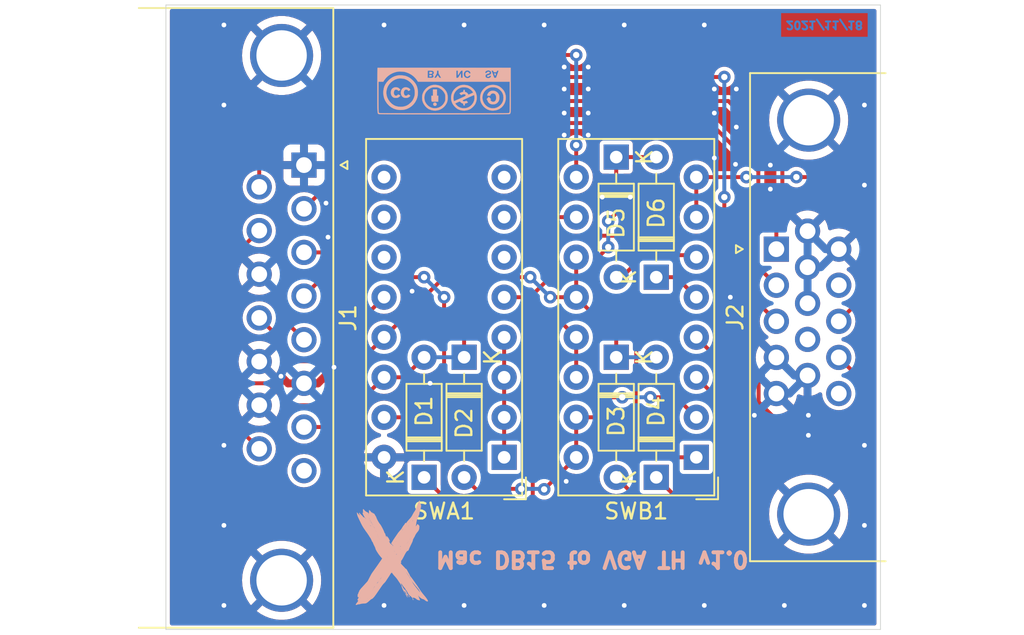
<source format=kicad_pcb>
(kicad_pcb (version 20211014) (generator pcbnew)
  (layers (0 "F.Cu" signal) (31 "B.Cu" signal) (34 "B.Paste" user) (35 "F.Paste" user) (36 "B.SilkS" user "B.Silkscreen") (37 "F.SilkS" user "F.Silkscreen") (38 "B.Mask" user) (39 "F.Mask" user) (44 "Edge.Cuts" user))
  (net 0 "")
  (net 1 "/S1-1")
  (net 2 "/D1")
  (net 3 "/D2")
  (net 4 "/D3")
  (net 5 "/S2-1")
  (net 6 "/D4")
  (net 7 "/S0-1")
  (net 8 "/D5")
  (net 9 "/D6")
  (net 10 "/HS")
  (net 11 "/VS")
  (net 12 "/B")
  (net 13 "Net-(J1-Pad8)")
  (net 14 "/G")
  (net 15 "/CS")
  (net 16 "/R")
  (net 17 "Net-(J2-Pad15)")
  (net 18 "/VS-2")
  (net 19 "Net-(J2-Pad12)")
  (net 20 "Net-(J2-Pad9)")
  (net 21 "Net-(SWA1-Pad1)")
  (net 22 "Net-(SWA1-Pad9)")
  (net 23 "Net-(SWA1-Pad10)")
  (net 24 "Net-(SWA1-Pad11)")
  (net 25 "Net-(SWA1-Pad6)")
  (net 26 "Net-(SWA1-Pad7)")
  (net 27 "Net-(SWA1-Pad8)")
  (net 28 "/HS-CS")
  (net 29 "/GND")
  (footprint "Connector_Dsub:DSUB-15_Male_Horizontal_P2.77x2.84mm_EdgePinOffset7.70mm_Housed_MountingHolesOffset9.12mm" (layer "F.Cu") (at 109.22 95.25 -90)
    (fp_text reference "J1" (at 9.695 -2.8 90) (layer "F.SilkS"))
    (fp_text value "Mac_DB15_Male_MountingHoles")
    (pad "0" thru_hole circle (at 26.345 1.42 270) (size 4 4) (drill 3.2) (layers *.Cu *.Mask) (net 29 "/GND"))
    (pad "0" thru_hole circle (at -6.955 1.42 270) (size 4 4) (drill 3.2) (layers *.Cu *.Mask) (net 29 "/GND"))
    (pad "1" thru_hole rect (at 0 0 270) (size 1.6 1.6) (drill 1) (layers *.Cu *.Mask) (net 29 "/GND"))
    (pad "2" thru_hole circle (at 2.77 0 270) (size 1.6 1.6) (drill 1) (layers *.Cu *.Mask) (net 16 "/R"))
    (pad "3" thru_hole circle (at 5.54 0 270) (size 1.6 1.6) (drill 1) (layers *.Cu *.Mask) (net 15 "/CS"))
    (pad "4" thru_hole circle (at 8.31 0 270) (size 1.6 1.6) (drill 1) (layers *.Cu *.Mask) (net 7 "/S0-1"))
    (pad "5" thru_hole circle (at 11.08 0 270) (size 1.6 1.6) (drill 1) (layers *.Cu *.Mask) (net 14 "/G"))
    (pad "6" thru_hole circle (at 13.85 0 270) (size 1.6 1.6) (drill 1) (layers *.Cu *.Mask) (net 29 "/GND"))
    (pad "7" thru_hole circle (at 16.62 0 270) (size 1.6 1.6) (drill 1) (layers *.Cu *.Mask) (net 1 "/S1-1"))
    (pad "8" thru_hole circle (at 19.39 0 270) (size 1.6 1.6) (drill 1) (layers *.Cu *.Mask) (net 13 "Net-(J1-Pad8)"))
    (pad "9" thru_hole circle (at 1.385 2.84 270) (size 1.6 1.6) (drill 1) (layers *.Cu *.Mask) (net 12 "/B"))
    (pad "10" thru_hole circle (at 4.155 2.84 270) (size 1.6 1.6) (drill 1) (layers *.Cu *.Mask) (net 5 "/S2-1"))
    (pad "11" thru_hole circle (at 6.925 2.84 270) (size 1.6 1.6) (drill 1) (layers *.Cu *.Mask) (net 29 "/GND"))
    (pad "12" thru_hole circle (at 9.695 2.84 270) (size 1.6 1.6) (drill 1) (layers *.Cu *.Mask) (net 11 "/VS"))
    (pad "13" thru_hole circle (at 12.465 2.84 270) (size 1.6 1.6) (drill 1) (layers *.Cu *.Mask) (net 29 "/GND"))
    (pad "14" thru_hole circle (at 15.235 2.84 270) (size 1.6 1.6) (drill 1) (layers *.Cu *.Mask) (net 29 "/GND"))
    (pad "15" thru_hole circle (at 18.005 2.84 270) (size 1.6 1.6) (drill 1) (layers *.Cu *.Mask) (net 10 "/HS"))
  )
  (footprint "project:SW_DIP_SPSTx08_Slide_9.78x22.5mm_W7.62mm_P2.54mm" (layer "F.Cu") (at 121.92 113.792 180)
    (fp_text reference "SWA1" (at 3.81 -3.42) (layer "F.SilkS"))
    (fp_text value "SW_DIP_x08")
    (pad "1" thru_hole rect (at 0 0 180) (size 1.6 1.6) (drill 0.8) (layers *.Cu *.Mask) (net 21 "Net-(SWA1-Pad1)"))
    (pad "2" thru_hole oval (at 0 2.54 180) (size 1.6 1.6) (drill 0.8) (layers *.Cu *.Mask) (net 21 "Net-(SWA1-Pad1)"))
    (pad "3" thru_hole oval (at 0 5.08 180) (size 1.6 1.6) (drill 0.8) (layers *.Cu *.Mask) (net 21 "Net-(SWA1-Pad1)"))
    (pad "4" thru_hole oval (at 0 7.62 180) (size 1.6 1.6) (drill 0.8) (layers *.Cu *.Mask) (net 21 "Net-(SWA1-Pad1)"))
    (pad "5" thru_hole oval (at 0 10.16 180) (size 1.6 1.6) (drill 0.8) (layers *.Cu *.Mask) (net 18 "/VS-2"))
    (pad "6" thru_hole oval (at 0 12.7 180) (size 1.6 1.6) (drill 0.8) (layers *.Cu *.Mask) (net 25 "Net-(SWA1-Pad6)"))
    (pad "7" thru_hole oval (at 0 15.24 180) (size 1.6 1.6) (drill 0.8) (layers *.Cu *.Mask) (net 26 "Net-(SWA1-Pad7)"))
    (pad "8" thru_hole oval (at 0 17.78 180) (size 1.6 1.6) (drill 0.8) (layers *.Cu *.Mask) (net 27 "Net-(SWA1-Pad8)"))
    (pad "9" thru_hole oval (at 7.62 17.78 180) (size 1.6 1.6) (drill 0.8) (layers *.Cu *.Mask) (net 22 "Net-(SWA1-Pad9)"))
    (pad "10" thru_hole oval (at 7.62 15.24 180) (size 1.6 1.6) (drill 0.8) (layers *.Cu *.Mask) (net 23 "Net-(SWA1-Pad10)"))
    (pad "11" thru_hole oval (at 7.62 12.7 180) (size 1.6 1.6) (drill 0.8) (layers *.Cu *.Mask) (net 24 "Net-(SWA1-Pad11)"))
    (pad "12" thru_hole oval (at 7.62 10.16 180) (size 1.6 1.6) (drill 0.8) (layers *.Cu *.Mask) (net 11 "/VS"))
    (pad "13" thru_hole oval (at 7.62 7.62 180) (size 1.6 1.6) (drill 0.8) (layers *.Cu *.Mask) (net 5 "/S2-1"))
    (pad "14" thru_hole oval (at 7.62 5.08 180) (size 1.6 1.6) (drill 0.8) (layers *.Cu *.Mask) (net 1 "/S1-1"))
    (pad "15" thru_hole oval (at 7.62 2.54 180) (size 1.6 1.6) (drill 0.8) (layers *.Cu *.Mask) (net 7 "/S0-1"))
    (pad "16" thru_hole oval (at 7.62 0 180) (size 1.6 1.6) (drill 0.8) (layers *.Cu *.Mask) (net 29 "/GND"))
  )
  (footprint "Diode_THT:D_DO-35_SOD27_P7.62mm_Horizontal" (layer "F.Cu") (at 119.38 107.442 -90)
    (fp_text reference "D2" (at 4.191 0 90) (layer "F.SilkS"))
    (fp_text value "1N4148")
    (fp_text user "K" (at 0 -1.8 90) (layer "F.SilkS"))
    (pad "1" thru_hole rect (at 0 0 270) (size 1.6 1.6) (drill 0.8) (layers *.Cu *.Mask) (net 1 "/S1-1"))
    (pad "2" thru_hole oval (at 7.62 0 270) (size 1.6 1.6) (drill 0.8) (layers *.Cu *.Mask) (net 3 "/D2"))
  )
  (footprint "Diode_THT:D_DO-35_SOD27_P7.62mm_Horizontal" (layer "F.Cu") (at 116.84 115.062 90)
    (fp_text reference "D1" (at 4.191 0 90) (layer "F.SilkS"))
    (fp_text value "1N4148")
    (fp_text user "K" (at 0 -1.8 90) (layer "F.SilkS"))
    (pad "1" thru_hole rect (at 0 0 90) (size 1.6 1.6) (drill 0.8) (layers *.Cu *.Mask) (net 2 "/D1"))
    (pad "2" thru_hole oval (at 7.62 0 90) (size 1.6 1.6) (drill 0.8) (layers *.Cu *.Mask) (net 1 "/S1-1"))
  )
  (footprint "Diode_THT:D_DO-35_SOD27_P7.62mm_Horizontal" (layer "F.Cu") (at 129.032 107.442 -90)
    (fp_text reference "D3" (at 4.064 0 90) (layer "F.SilkS"))
    (fp_text value "1N4148")
    (fp_text user "K" (at 0 -1.8 90) (layer "F.SilkS"))
    (pad "1" thru_hole rect (at 0 0 270) (size 1.6 1.6) (drill 0.8) (layers *.Cu *.Mask) (net 5 "/S2-1"))
    (pad "2" thru_hole oval (at 7.62 0 270) (size 1.6 1.6) (drill 0.8) (layers *.Cu *.Mask) (net 4 "/D3"))
  )
  (footprint "Diode_THT:D_DO-35_SOD27_P7.62mm_Horizontal" (layer "F.Cu") (at 131.572 115.062 90)
    (fp_text reference "D4" (at 4.191 0 90) (layer "F.SilkS"))
    (fp_text value "1N4148")
    (fp_text user "K" (at 0 -1.8 90) (layer "F.SilkS"))
    (pad "1" thru_hole rect (at 0 0 90) (size 1.6 1.6) (drill 0.8) (layers *.Cu *.Mask) (net 6 "/D4"))
    (pad "2" thru_hole oval (at 7.62 0 90) (size 1.6 1.6) (drill 0.8) (layers *.Cu *.Mask) (net 5 "/S2-1"))
  )
  (footprint "Diode_THT:D_DO-35_SOD27_P7.62mm_Horizontal" (layer "F.Cu") (at 129.032 94.742 -90)
    (fp_text reference "D5" (at 4.191 0 90) (layer "F.SilkS"))
    (fp_text value "1N4148")
    (fp_text user "K" (at 0 -1.8 90) (layer "F.SilkS"))
    (pad "1" thru_hole rect (at 0 0 270) (size 1.6 1.6) (drill 0.8) (layers *.Cu *.Mask) (net 7 "/S0-1"))
    (pad "2" thru_hole oval (at 7.62 0 270) (size 1.6 1.6) (drill 0.8) (layers *.Cu *.Mask) (net 8 "/D5"))
  )
  (footprint "Diode_THT:D_DO-35_SOD27_P7.62mm_Horizontal" (layer "F.Cu") (at 131.572 102.362 90)
    (fp_text reference "D6" (at 4.064 0 90) (layer "F.SilkS"))
    (fp_text value "1N4148")
    (fp_text user "K" (at 0 -1.8 90) (layer "F.SilkS"))
    (pad "1" thru_hole rect (at 0 0 90) (size 1.6 1.6) (drill 0.8) (layers *.Cu *.Mask) (net 9 "/D6"))
    (pad "2" thru_hole oval (at 7.62 0 90) (size 1.6 1.6) (drill 0.8) (layers *.Cu *.Mask) (net 7 "/S0-1"))
  )
  (footprint "project:SW_DIP_SPSTx08_Slide_9.78x22.5mm_W7.62mm_P2.54mm" (layer "F.Cu") (at 134.112 113.792 180)
    (fp_text reference "SWB1" (at 3.81 -3.42) (layer "F.SilkS"))
    (fp_text value "SW_DIP_x08")
    (pad "1" thru_hole rect (at 0 0 180) (size 1.6 1.6) (drill 0.8) (layers *.Cu *.Mask) (net 2 "/D1"))
    (pad "2" thru_hole oval (at 0 2.54 180) (size 1.6 1.6) (drill 0.8) (layers *.Cu *.Mask) (net 3 "/D2"))
    (pad "3" thru_hole oval (at 0 5.08 180) (size 1.6 1.6) (drill 0.8) (layers *.Cu *.Mask) (net 6 "/D4"))
    (pad "4" thru_hole oval (at 0 7.62 180) (size 1.6 1.6) (drill 0.8) (layers *.Cu *.Mask) (net 4 "/D3"))
    (pad "5" thru_hole oval (at 0 10.16 180) (size 1.6 1.6) (drill 0.8) (layers *.Cu *.Mask) (net 9 "/D6"))
    (pad "6" thru_hole oval (at 0 12.7 180) (size 1.6 1.6) (drill 0.8) (layers *.Cu *.Mask) (net 8 "/D5"))
    (pad "7" thru_hole oval (at 0 15.24 180) (size 1.6 1.6) (drill 0.8) (layers *.Cu *.Mask) (net 28 "/HS-CS"))
    (pad "8" thru_hole oval (at 0 17.78 180) (size 1.6 1.6) (drill 0.8) (layers *.Cu *.Mask) (net 28 "/HS-CS"))
    (pad "9" thru_hole oval (at 7.62 17.78 180) (size 1.6 1.6) (drill 0.8) (layers *.Cu *.Mask) (net 10 "/HS"))
    (pad "10" thru_hole oval (at 7.62 15.24 180) (size 1.6 1.6) (drill 0.8) (layers *.Cu *.Mask) (net 15 "/CS"))
    (pad "11" thru_hole oval (at 7.62 12.7 180) (size 1.6 1.6) (drill 0.8) (layers *.Cu *.Mask) (net 5 "/S2-1"))
    (pad "12" thru_hole oval (at 7.62 10.16 180) (size 1.6 1.6) (drill 0.8) (layers *.Cu *.Mask) (net 5 "/S2-1"))
    (pad "13" thru_hole oval (at 7.62 7.62 180) (size 1.6 1.6) (drill 0.8) (layers *.Cu *.Mask) (net 1 "/S1-1"))
    (pad "14" thru_hole oval (at 7.62 5.08 180) (size 1.6 1.6) (drill 0.8) (layers *.Cu *.Mask) (net 1 "/S1-1"))
    (pad "15" thru_hole oval (at 7.62 2.54 180) (size 1.6 1.6) (drill 0.8) (layers *.Cu *.Mask) (net 7 "/S0-1"))
    (pad "16" thru_hole oval (at 7.62 0 180) (size 1.6 1.6) (drill 0.8) (layers *.Cu *.Mask) (net 7 "/S0-1"))
  )
  (footprint "project:logo_7_back" (layer "F.Cu") (at 114.808 120.904 180)
    (fp_text reference "G***" hide)
    (fp_text value "LOGO" hide)
  )
  (footprint "Connector_Dsub:DSUB-15-HD_Female_Horizontal_P2.29x1.98mm_EdgePinOffset3.03mm_Housed_MountingHolesOffset4.94mm" (layer "F.Cu") (at 139.192 100.584 90)
    (fp_text reference "J2" (at -4.315 -2.61 90) (layer "F.SilkS"))
    (fp_text value "VGA_DB15_Female_HighDensity_MountingHoles")
    (pad "0" thru_hole circle (at -16.815 2.05 90) (size 4 4) (drill 3.2) (layers *.Cu *.Mask) (net 29 "/GND"))
    (pad "0" thru_hole circle (at 8.185 2.05 90) (size 4 4) (drill 3.2) (layers *.Cu *.Mask) (net 29 "/GND"))
    (pad "1" thru_hole rect (at 0 0 90) (size 1.6 1.6) (drill 1) (layers *.Cu *.Mask) (net 16 "/R"))
    (pad "2" thru_hole circle (at -2.29 0 90) (size 1.6 1.6) (drill 1) (layers *.Cu *.Mask) (net 14 "/G"))
    (pad "3" thru_hole circle (at -4.58 0 90) (size 1.6 1.6) (drill 1) (layers *.Cu *.Mask) (net 12 "/B"))
    (pad "4" thru_hole circle (at -6.87 0 90) (size 1.6 1.6) (drill 1) (layers *.Cu *.Mask) (net 29 "/GND"))
    (pad "5" thru_hole circle (at -9.16 0 90) (size 1.6 1.6) (drill 1) (layers *.Cu *.Mask) (net 29 "/GND"))
    (pad "6" thru_hole circle (at 1.145 1.98 90) (size 1.6 1.6) (drill 1) (layers *.Cu *.Mask) (net 29 "/GND"))
    (pad "7" thru_hole circle (at -1.145 1.98 90) (size 1.6 1.6) (drill 1) (layers *.Cu *.Mask) (net 29 "/GND"))
    (pad "8" thru_hole circle (at -3.435 1.98 90) (size 1.6 1.6) (drill 1) (layers *.Cu *.Mask) (net 29 "/GND"))
    (pad "9" thru_hole circle (at -5.725 1.98 90) (size 1.6 1.6) (drill 1) (layers *.Cu *.Mask) (net 20 "Net-(J2-Pad9)"))
    (pad "10" thru_hole circle (at -8.015 1.98 90) (size 1.6 1.6) (drill 1) (layers *.Cu *.Mask) (net 29 "/GND"))
    (pad "11" thru_hole circle (at 0 3.96 90) (size 1.6 1.6) (drill 1) (layers *.Cu *.Mask) (net 29 "/GND"))
    (pad "12" thru_hole circle (at -2.29 3.96 90) (size 1.6 1.6) (drill 1) (layers *.Cu *.Mask) (net 19 "Net-(J2-Pad12)"))
    (pad "13" thru_hole circle (at -4.58 3.96 90) (size 1.6 1.6) (drill 1) (layers *.Cu *.Mask) (net 28 "/HS-CS"))
    (pad "14" thru_hole circle (at -6.87 3.96 90) (size 1.6 1.6) (drill 1) (layers *.Cu *.Mask) (net 18 "/VS-2"))
    (pad "15" thru_hole circle (at -9.16 3.96 90) (size 1.6 1.6) (drill 1) (layers *.Cu *.Mask) (net 17 "Net-(J2-Pad15)"))
  )
  (footprint "project:cc_by_nc_sa_front_silk_screen" (layer "B.Cu") (at 118.11 90.551)
    (fp_text reference "G***" hide)
    (fp_text value "LOGO" hide)
  )
  (gr_line (start 100.457 124.714) (end 100.457 85.09) (layer "Edge.Cuts") (width 0.05))
  (gr_line (start 145.796 85.09) (end 145.796 124.714) (layer "Edge.Cuts") (width 0.05))
  (gr_line (start 100.457 85.09) (end 145.796 85.09) (layer "Edge.Cuts") (width 0.05))
  (gr_line (start 145.796 124.714) (end 100.457 124.714) (layer "Edge.Cuts") (width 0.05))
  (gr_text "2021/11/18" (at 142.24 86.36 180) (layer "B.Cu") (effects (font (size 0.5 0.5) (thickness 0.125)) (justify mirror)))
  (gr_text "Mac DB15 to VGA TH v1.0" (at 127.508 120.269 180) (layer "B.SilkS") (effects (font (size 1 1) (thickness 0.25)) (justify mirror)))
  (segment (start 120.523 104.902) (end 125.222 104.902) (width 0.25) (layer "F.Cu") (net 1))
  (segment (start 119.38 106.045) (end 120.523 104.902) (width 0.25) (layer "F.Cu") (net 1))
  (segment (start 119.38 107.442) (end 119.38 106.045) (width 0.25) (layer "F.Cu") (net 1))
  (segment (start 109.22 111.87) (end 111.142 111.87) (width 0.25) (layer "F.Cu") (net 1))
  (segment (start 115.57 108.712) (end 116.84 107.442) (width 0.25) (layer "F.Cu") (net 1))
  (segment (start 111.142 111.87) (end 114.3 108.712) (width 0.25) (layer "F.Cu") (net 1))
  (segment (start 125.222 104.902) (end 126.492 106.172) (width 0.25) (layer "F.Cu") (net 1))
  (segment (start 114.3 108.712) (end 115.57 108.712) (width 0.25) (layer "F.Cu") (net 1))
  (segment (start 126.492 106.172) (end 126.492 108.712) (width 0.25) (layer "F.Cu") (net 1))
  (segment (start 119.38 107.442) (end 116.84 107.442) (width 0.25) (layer "B.Cu") (net 1))
  (segment (start 134.112 113.792) (end 128.397 113.792) (width 0.25) (layer "F.Cu") (net 2))
  (segment (start 120.015 118.237) (end 116.84 115.062) (width 0.25) (layer "F.Cu") (net 2))
  (segment (start 123.952 118.237) (end 120.015 118.237) (width 0.25) (layer "F.Cu") (net 2))
  (segment (start 128.397 113.792) (end 123.952 118.237) (width 0.25) (layer "F.Cu") (net 2))
  (segment (start 121.285 116.967) (end 123.06699 116.967) (width 0.25) (layer "F.Cu") (net 3))
  (segment (start 123.06699 116.967) (end 123.734998 116.298992) (width 0.25) (layer "F.Cu") (net 3))
  (segment (start 132.842 109.982) (end 131.191 109.982) (width 0.25) (layer "F.Cu") (net 3))
  (segment (start 123.734998 111.215002) (end 124.968 109.982) (width 0.25) (layer "F.Cu") (net 3))
  (segment (start 124.968 109.982) (end 129.413024 109.982) (width 0.25) (layer "F.Cu") (net 3))
  (segment (start 123.734998 116.298992) (end 123.734998 111.215002) (width 0.25) (layer "F.Cu") (net 3))
  (segment (start 134.112 111.252) (end 132.842 109.982) (width 0.25) (layer "F.Cu") (net 3))
  (segment (start 119.38 115.062) (end 121.285 116.967) (width 0.25) (layer "F.Cu") (net 3))
  (via (at 129.413024 109.982) (size 0.8) (drill 0.4) (layers "F.Cu" "B.Cu") (net 3))
  (via (at 131.191 109.982) (size 0.8) (drill 0.4) (layers "F.Cu" "B.Cu") (net 3))
  (segment (start 129.413024 109.982) (end 131.191 109.982) (width 0.25) (layer "B.Cu") (net 3))
  (segment (start 136.906 115.824) (end 136.906 108.966) (width 0.25) (layer "F.Cu") (net 4))
  (segment (start 129.032 115.062) (end 131.445 117.475) (width 0.25) (layer "F.Cu") (net 4))
  (segment (start 131.445 117.475) (end 135.255 117.475) (width 0.25) (layer "F.Cu") (net 4))
  (segment (start 135.255 117.475) (end 136.906 115.824) (width 0.25) (layer "F.Cu") (net 4))
  (segment (start 136.906 108.966) (end 134.112 106.172) (width 0.25) (layer "F.Cu") (net 4))
  (segment (start 109.982 110.49) (end 108.341812 110.49) (width 0.25) (layer "F.Cu") (net 5))
  (segment (start 124.841 103.632) (end 126.365 103.632) (width 0.25) (layer "F.Cu") (net 5))
  (segment (start 126.492 103.632) (end 126.492 101.092) (width 0.25) (layer "F.Cu") (net 5))
  (segment (start 118.11 102.362) (end 123.444 102.362) (width 0.25) (layer "F.Cu") (net 5))
  (segment (start 129.032 106.172) (end 129.032 107.442) (width 0.25) (layer "F.Cu") (net 5))
  (segment (start 105.156 109.093) (end 104.394 108.331) (width 0.25) (layer "F.Cu") (net 5))
  (segment (start 114.3 106.172) (end 109.982 110.49) (width 0.25) (layer "F.Cu") (net 5))
  (segment (start 123.444 102.362) (end 123.571 102.489) (width 0.25) (layer "F.Cu") (net 5))
  (segment (start 114.3 106.172) (end 118.11 102.362) (width 0.25) (layer "F.Cu") (net 5))
  (segment (start 108.341812 110.49) (end 106.944812 109.093) (width 0.25) (layer "F.Cu") (net 5))
  (segment (start 104.394 101.391) (end 106.38 99.405) (width 0.25) (layer "F.Cu") (net 5))
  (segment (start 106.944812 109.093) (end 105.156 109.093) (width 0.25) (layer "F.Cu") (net 5))
  (segment (start 126.365 103.759) (end 126.492 103.632) (width 0.25) (layer "F.Cu") (net 5))
  (segment (start 126.492 103.632) (end 129.032 106.172) (width 0.25) (layer "F.Cu") (net 5))
  (segment (start 104.394 108.331) (end 104.394 101.391) (width 0.25) (layer "F.Cu") (net 5))
  (via (at 123.571 102.362) (size 0.8) (drill 0.4) (layers "F.Cu" "B.Cu") (net 5))
  (via (at 124.841 103.632) (size 0.8) (drill 0.4) (layers "F.Cu" "B.Cu") (net 5))
  (segment (start 123.571 102.362) (end 124.841 103.632) (width 0.25) (layer "B.Cu") (net 5))
  (segment (start 126.872978 103.759022) (end 126.872978 103.759) (width 0.25) (layer "B.Cu") (net 5))
  (segment (start 131.572 107.442) (end 129.032 107.442) (width 0.25) (layer "B.Cu") (net 5))
  (segment (start 134.874 116.332) (end 135.763 115.443) (width 0.25) (layer "F.Cu") (net 6))
  (segment (start 131.572 115.062) (end 132.842 116.332) (width 0.25) (layer "F.Cu") (net 6))
  (segment (start 132.842 116.332) (end 134.874 116.332) (width 0.25) (layer "F.Cu") (net 6))
  (segment (start 135.763 110.363) (end 134.112 108.712) (width 0.25) (layer "F.Cu") (net 6))
  (segment (start 135.763 115.443) (end 135.763 110.363) (width 0.25) (layer "F.Cu") (net 6))
  (segment (start 128.524 98.806) (end 128.524 98.806) (width 0.25) (layer "F.Cu") (net 7))
  (segment (start 128.524 100.457) (end 127.762 101.219) (width 0.25) (layer "F.Cu") (net 7))
  (segment (start 124.460004 115.823996) (end 124.46 115.823996) (width 0.25) (layer "F.Cu") (net 7))
  (segment (start 126.492 111.252) (end 129.921004 111.252) (width 0.25) (layer "F.Cu") (net 7))
  (segment (start 130.302 105.537) (end 130.302 110.871004) (width 0.25) (layer "F.Cu") (net 7))
  (segment (start 129.032 94.742) (end 129.032 98.298) (width 0.25) (layer "F.Cu") (net 7))
  (segment (start 124.46 115.823996) (end 126.491996 113.792) (width 0.25) (layer "F.Cu") (net 7))
  (segment (start 117.221 111.252) (end 121.762679 115.793679) (width 0.25) (layer "F.Cu") (net 7))
  (segment (start 129.032 94.742) (end 131.572 94.742) (width 0.25) (layer "F.Cu") (net 7))
  (segment (start 110.418 102.362) (end 116.840008 102.362) (width 0.25) (layer "F.Cu") (net 7))
  (segment (start 130.302 110.871004) (end 129.921004 111.252) (width 0.25) (layer "F.Cu") (net 7))
  (segment (start 126.111 111.76) (end 126.111 111.506) (width 0.25) (layer "F.Cu") (net 7))
  (segment (start 126.491996 113.792) (end 126.492 113.792) (width 0.25) (layer "F.Cu") (net 7))
  (segment (start 117.221 111.252) (end 118.095329 110.377671) (width 0.25) (layer "F.Cu") (net 7))
  (segment (start 118.11 110.363) (end 118.11 103.63199) (width 0.25) (layer "F.Cu") (net 7))
  (segment (start 121.762679 115.793679) (end 123.009988 115.793679) (width 0.25) (layer "F.Cu") (net 7))
  (segment (start 126.492 111.252) (end 126.492 113.792) (width 0.25) (layer "F.Cu") (net 7))
  (segment (start 109.22 103.56) (end 110.418 102.362) (width 0.25) (layer "F.Cu") (net 7))
  (segment (start 118.095329 110.377671) (end 118.11 110.363) (width 0.25) (layer "F.Cu") (net 7))
  (segment (start 127.762 102.997) (end 130.302 105.537) (width 0.25) (layer "F.Cu") (net 7))
  (segment (start 127.762 101.219) (end 127.762 102.997) (width 0.25) (layer "F.Cu") (net 7))
  (segment (start 114.3 111.252) (end 117.221 111.252) (width 0.25) (layer "F.Cu") (net 7))
  (segment (start 129.032 98.298) (end 128.524 98.806) (width 0.25) (layer "F.Cu") (net 7))
  (via (at 118.11 103.63199) (size 0.8) (drill 0.4) (layers "F.Cu" "B.Cu") (net 7))
  (via (at 116.840008 102.362) (size 0.8) (drill 0.4) (layers "F.Cu" "B.Cu") (net 7))
  (via (at 128.524 100.457) (size 0.8) (drill 0.4) (layers "F.Cu" "B.Cu") (net 7))
  (via (at 124.46 115.823996) (size 0.8) (drill 0.4) (layers "F.Cu" "B.Cu") (net 7))
  (via (at 123.009988 115.793679) (size 0.8) (drill 0.4) (layers "F.Cu" "B.Cu") (net 7))
  (via (at 128.524 98.806) (size 0.8) (drill 0.4) (layers "F.Cu" "B.Cu") (net 7))
  (segment (start 124.429683 115.793679) (end 124.46 115.823996) (width 0.25) (layer "B.Cu") (net 7))
  (segment (start 128.524 98.806) (end 128.524 100.584) (width 0.25) (layer "B.Cu") (net 7))
  (segment (start 117.710001 103.231991) (end 118.11 103.63199) (width 0.25) (layer "B.Cu") (net 7))
  (segment (start 123.009988 115.793679) (end 124.429683 115.793679) (width 0.25) (layer "B.Cu") (net 7))
  (segment (start 128.524 100.584) (end 128.524 100.457) (width 0.25) (layer "B.Cu") (net 7))
  (segment (start 116.840008 102.362) (end 117.710001 103.231991) (width 0.25) (layer "B.Cu") (net 7))
  (segment (start 129.032 102.362) (end 129.386998 102.362) (width 0.25) (layer "F.Cu") (net 8))
  (segment (start 133.985 100.965) (end 134.112 101.092) (width 0.25) (layer "F.Cu") (net 8))
  (segment (start 129.386998 102.362) (end 130.783998 100.965) (width 0.25) (layer "F.Cu") (net 8))
  (segment (start 130.783998 100.965) (end 133.985 100.965) (width 0.25) (layer "F.Cu") (net 8))
  (segment (start 131.572 102.362) (end 132.842 102.362) (width 0.25) (layer "F.Cu") (net 9))
  (segment (start 132.842 102.362) (end 134.112 103.632) (width 0.25) (layer "F.Cu") (net 9))
  (segment (start 126.49201 96.01199) (end 126.492 96.012) (width 0.25) (layer "F.Cu") (net 10))
  (segment (start 126.49201 93.98) (end 126.49201 96.01199) (width 0.25) (layer "F.Cu") (net 10))
  (segment (start 103.378 110.253) (end 103.378 97.028) (width 0.25) (layer "F.Cu") (net 10))
  (segment (start 106.38 113.255) (end 103.378 110.253) (width 0.25) (layer "F.Cu") (net 10))
  (segment (start 112.141 88.265) (end 126.492 88.265) (width 0.25) (layer "F.Cu") (net 10))
  (segment (start 103.378 97.028) (end 112.141 88.265) (width 0.25) (layer "F.Cu") (net 10))
  (via (at 126.492 88.265) (size 0.8) (drill 0.4) (layers "F.Cu" "B.Cu") (net 10))
  (via (at 126.49201 93.98) (size 0.8) (drill 0.4) (layers "F.Cu" "B.Cu") (net 10))
  (segment (start 126.49201 88.26501) (end 126.492 88.265) (width 0.25) (layer "B.Cu") (net 10))
  (segment (start 126.49201 93.98) (end 126.49201 88.26501) (width 0.25) (layer "B.Cu") (net 10))
  (segment (start 107.823 107.315) (end 108.204 107.696) (width 0.25) (layer "F.Cu") (net 11))
  (segment (start 107.823 106.388) (end 107.823 107.315) (width 0.25) (layer "F.Cu") (net 11))
  (segment (start 110.236 107.696) (end 114.3 103.632) (width 0.25) (layer "F.Cu") (net 11))
  (segment (start 108.204 107.696) (end 110.236 107.696) (width 0.25) (layer "F.Cu") (net 11))
  (segment (start 106.38 104.945) (end 107.823 106.388) (width 0.25) (layer "F.Cu") (net 11))
  (segment (start 106.38 96.635) (end 106.38 95.50363) (width 0.25) (layer "F.Cu") (net 12))
  (segment (start 112.22163 89.662) (end 135.889996 89.662) (width 0.25) (layer "F.Cu") (net 12))
  (segment (start 135.889999 101.861999) (end 135.889999 97.282001) (width 0.25) (layer "F.Cu") (net 12))
  (segment (start 139.192 105.164) (end 135.889999 101.861999) (width 0.25) (layer "F.Cu") (net 12))
  (segment (start 106.38 95.50363) (end 112.22163 89.662) (width 0.25) (layer "F.Cu") (net 12))
  (via (at 135.889996 89.662) (size 0.8) (drill 0.4) (layers "F.Cu" "B.Cu") (net 12))
  (via (at 135.889999 97.282001) (size 0.8) (drill 0.4) (layers "F.Cu" "B.Cu") (net 12))
  (segment (start 135.889999 89.662003) (end 135.889996 89.662) (width 0.25) (layer "B.Cu") (net 12))
  (segment (start 135.889999 97.282001) (end 135.889999 89.662003) (width 0.25) (layer "B.Cu") (net 12))
  (segment (start 137.795 101.477) (end 137.795 99.314) (width 0.25) (layer "F.Cu") (net 14))
  (segment (start 138.049 95.631) (end 135.001 92.583) (width 0.25) (layer "F.Cu") (net 14))
  (segment (start 135.001 92.583) (end 114.554 92.583) (width 0.25) (layer "F.Cu") (net 14))
  (segment (start 107.823 99.949) (end 107.823 104.933) (width 0.25) (layer "F.Cu") (net 14))
  (segment (start 139.192 102.874) (end 137.795 101.477) (width 0.25) (layer "F.Cu") (net 14))
  (segment (start 114.554 92.583) (end 112.141 94.996) (width 0.25) (layer "F.Cu") (net 14))
  (segment (start 112.141 97.097996) (end 109.797996 99.441) (width 0.25) (layer "F.Cu") (net 14))
  (segment (start 137.795 99.314) (end 138.049 99.06) (width 0.25) (layer "F.Cu") (net 14))
  (segment (start 138.049 99.06) (end 138.049 95.631) (width 0.25) (layer "F.Cu") (net 14))
  (segment (start 107.823 104.933) (end 109.22 106.33) (width 0.25) (layer "F.Cu") (net 14))
  (segment (start 137.795 101.477) (end 137.795 101.473) (width 0.25) (layer "F.Cu") (net 14))
  (segment (start 108.331 99.441) (end 107.823 99.949) (width 0.25) (layer "F.Cu") (net 14))
  (segment (start 109.797996 99.441) (end 108.331 99.441) (width 0.25) (layer "F.Cu") (net 14))
  (segment (start 112.141 94.996) (end 112.141 97.097996) (width 0.25) (layer "F.Cu") (net 14))
  (segment (start 109.22 100.79) (end 111.808 100.79) (width 0.25) (layer "F.Cu") (net 15))
  (segment (start 123.317 99.822) (end 124.587 98.552) (width 0.25) (layer "F.Cu") (net 15))
  (segment (start 124.587 98.552) (end 126.492 98.552) (width 0.25) (layer "F.Cu") (net 15))
  (segment (start 109.22 100.79) (end 109.535001 100.474999) (width 0.25) (layer "F.Cu") (net 15))
  (segment (start 112.776 99.822) (end 123.317 99.822) (width 0.25) (layer "F.Cu") (net 15))
  (segment (start 111.808 100.79) (end 112.776 99.822) (width 0.25) (layer "F.Cu") (net 15))
  (segment (start 139.573 98.609002) (end 139.573 94.615) (width 0.25) (layer "F.Cu") (net 16))
  (segment (start 110.998 96.242) (end 109.22 98.02) (width 0.25) (layer "F.Cu") (net 16))
  (segment (start 139.192 98.990002) (end 139.573 98.609002) (width 0.25) (layer "F.Cu") (net 16))
  (segment (start 139.573 94.615) (end 136.144 91.186) (width 0.25) (layer "F.Cu") (net 16))
  (segment (start 139.192 100.584) (end 139.192 98.990002) (width 0.25) (layer "F.Cu") (net 16))
  (segment (start 110.998 93.726) (end 110.998 96.242) (width 0.25) (layer "F.Cu") (net 16))
  (segment (start 113.538 91.186) (end 110.998 93.726) (width 0.25) (layer "F.Cu") (net 16))
  (segment (start 136.144 91.186) (end 113.538 91.186) (width 0.25) (layer "F.Cu") (net 16))
  (segment (start 125.947001 99.731999) (end 134.417001 99.731999) (width 0.25) (layer "F.Cu") (net 18))
  (segment (start 138.066999 110.284001) (end 139.542998 111.76) (width 0.25) (layer "F.Cu") (net 18))
  (segment (start 144.78 110.744) (end 144.78 109.082) (width 0.25) (layer "F.Cu") (net 18))
  (segment (start 135.382 105.918) (end 138.066999 108.602999) (width 0.25) (layer "F.Cu") (net 18))
  (segment (start 123.571 103.632) (end 124.714 102.489) (width 0.25) (layer "F.Cu") (net 18))
  (segment (start 139.542998 111.76) (end 143.764 111.76) (width 0.25) (layer "F.Cu") (net 18))
  (segment (start 143.764 111.76) (end 144.78 110.744) (width 0.25) (layer "F.Cu") (net 18))
  (segment (start 124.714 102.489) (end 124.714 100.965) (width 0.25) (layer "F.Cu") (net 18))
  (segment (start 138.066999 108.602999) (end 138.066999 110.284001) (width 0.25) (layer "F.Cu") (net 18))
  (segment (start 135.382 100.696998) (end 135.382 105.918) (width 0.25) (layer "F.Cu") (net 18))
  (segment (start 121.92 103.632) (end 123.571 103.632) (width 0.25) (layer "F.Cu") (net 18))
  (segment (start 134.417001 99.731999) (end 135.382 100.696998) (width 0.25) (layer "F.Cu") (net 18))
  (segment (start 124.714 100.965) (end 125.947001 99.731999) (width 0.25) (layer "F.Cu") (net 18))
  (segment (start 144.78 109.082) (end 143.152 107.454) (width 0.25) (layer "F.Cu") (net 18))
  (segment (start 121.92 113.792) (end 121.92 106.172) (width 0.25) (layer "F.Cu") (net 21))
  (segment (start 144.78 103.536) (end 144.78 99.313978) (width 0.25) (layer "F.Cu") (net 28))
  (segment (start 141.478022 96.012) (end 140.462 96.012) (width 0.25) (layer "F.Cu") (net 28))
  (segment (start 134.112 96.012) (end 137.287 96.012) (width 0.25) (layer "F.Cu") (net 28))
  (segment (start 144.78 99.313978) (end 141.478022 96.012) (width 0.25) (layer "F.Cu") (net 28))
  (segment (start 143.152 105.164) (end 144.78 103.536) (width 0.25) (layer "F.Cu") (net 28))
  (segment (start 134.112 98.552) (end 134.112 96.012) (width 0.25) (layer "F.Cu") (net 28))
  (via (at 137.287 96.012) (size 0.8) (drill 0.4) (layers "F.Cu" "B.Cu") (net 28))
  (via (at 140.462 96.012) (size 0.8) (drill 0.4) (layers "F.Cu" "B.Cu") (net 28))
  (segment (start 137.287 96.012) (end 140.462 96.012) (width 0.25) (layer "B.Cu") (net 28))
  (segment (start 110.617 108.585) (end 110.617 108.585) (width 0.5) (layer "F.Cu") (net 29))
  (segment (start 110.617 108.585) (end 110.617 108.585) (width 0.5) (layer "F.Cu") (net 29))
  (segment (start 107.7595 108.6485) (end 107.696 108.585) (width 0.5) (layer "F.Cu") (net 29))
  (segment (start 107.188 106.907) (end 107.188 106.907) (width 0.5) (layer "F.Cu") (net 29))
  (segment (start 106.38 107.715) (end 107.188 106.907) (width 0.5) (layer "F.Cu") (net 29))
  (segment (start 109.22 109.1) (end 110.102 109.1) (width 0.5) (layer "F.Cu") (net 29))
  (segment (start 109.22 109.1) (end 108.211 109.1) (width 0.5) (layer "F.Cu") (net 29))
  (segment (start 109.22 109.1) (end 109.22 109.347) (width 0.5) (layer "F.Cu") (net 29))
  (segment (start 141.172 108.599) (end 141.172 110.565) (width 0.5) (layer "F.Cu") (net 29))
  (segment (start 108.211 109.1) (end 107.7595 108.6485) (width 0.5) (layer "F.Cu") (net 29))
  (segment (start 110.102 109.1) (end 110.617 108.585) (width 0.5) (layer "F.Cu") (net 29))
  (via (at 114.3 86.36) (size 0.6) (drill 0.3) (layers "F.Cu" "B.Cu") (net 29))
  (via (at 119.38 86.36) (size 0.6) (drill 0.3) (layers "F.Cu" "B.Cu") (net 29))
  (via (at 124.46 86.36) (size 0.6) (drill 0.3) (layers "F.Cu" "B.Cu") (net 29))
  (via (at 129.54 86.36) (size 0.6) (drill 0.3) (layers "F.Cu" "B.Cu") (net 29))
  (via (at 134.62 86.36) (size 0.6) (drill 0.3) (layers "F.Cu" "B.Cu") (net 29))
  (via (at 104.14 91.44) (size 0.6) (drill 0.3) (layers "F.Cu" "B.Cu") (net 29))
  (via (at 144.78 118.11) (size 0.6) (drill 0.3) (layers "F.Cu" "B.Cu") (net 29))
  (via (at 104.14 123.19) (size 0.6) (drill 0.3) (layers "F.Cu" "B.Cu") (net 29))
  (via (at 114.3 123.19) (size 0.6) (drill 0.3) (layers "F.Cu" "B.Cu") (net 29))
  (via (at 119.38 123.19) (size 0.6) (drill 0.3) (layers "F.Cu" "B.Cu") (net 29))
  (via (at 124.46 123.19) (size 0.6) (drill 0.3) (layers "F.Cu" "B.Cu") (net 29))
  (via (at 129.54 123.19) (size 0.6) (drill 0.3) (layers "F.Cu" "B.Cu") (net 29))
  (via (at 134.62 123.19) (size 0.6) (drill 0.3) (layers "F.Cu" "B.Cu") (net 29))
  (via (at 139.7 123.19) (size 0.6) (drill 0.3) (layers "F.Cu" "B.Cu") (net 29))
  (via (at 144.78 123.19) (size 0.6) (drill 0.3) (layers "F.Cu" "B.Cu") (net 29))
  (via (at 144.78 113.03) (size 0.6) (drill 0.3) (layers "F.Cu" "B.Cu") (net 29))
  (via (at 104.14 113.03) (size 0.6) (drill 0.3) (layers "F.Cu" "B.Cu") (net 29))
  (via (at 135.255 94.8) (size 0.6) (drill 0.3) (layers "F.Cu" "B.Cu") (net 29))
  (via (at 127.254 93.345) (size 0.6) (drill 0.3) (layers "F.Cu" "B.Cu") (net 29))
  (via (at 144.78 91.44) (size 0.6) (drill 0.3) (layers "F.Cu" "B.Cu") (net 29))
  (via (at 116.078 103.251) (size 0.6) (drill 0.3) (layers "F.Cu" "B.Cu") (net 29))
  (via (at 136.652 90.424) (size 0.6) (drill 0.3) (layers "F.Cu" "B.Cu") (net 29))
  (via (at 138.811 95.25) (size 0.6) (drill 0.3) (layers "F.Cu" "B.Cu") (net 29))
  (via (at 141.224 111.125) (size 0.6) (drill 0.3) (layers "F.Cu" "B.Cu") (net 29))
  (via (at 125.73 90.424) (size 0.6) (drill 0.3) (layers "F.Cu" "B.Cu") (net 29))
  (via (at 125.857 115.316) (size 0.6) (drill 0.3) (layers "F.Cu" "B.Cu") (net 29))
  (via (at 127.254 91.948) (size 0.6) (drill 0.3) (layers "F.Cu" "B.Cu") (net 29))
  (via (at 128.143 97.282) (size 0.6) (drill 0.3) (layers "F.Cu" "B.Cu") (net 29))
  (via (at 135.255 90.424) (size 0.6) (drill 0.3) (layers "F.Cu" "B.Cu") (net 29))
  (via (at 125.73 91.948) (size 0.6) (drill 0.3) (layers "F.Cu" "B.Cu") (net 29))
  (via (at 127.254 89.027) (size 0.6) (drill 0.3) (layers "F.Cu" "B.Cu") (net 29))
  (via (at 138.811 96.774) (size 0.6) (drill 0.3) (layers "F.Cu" "B.Cu") (net 29))
  (via (at 117.221 109.093) (size 0.6) (drill 0.3) (layers "F.Cu" "B.Cu") (net 29))
  (via (at 127.254 90.424) (size 0.6) (drill 0.3) (layers "F.Cu" "B.Cu") (net 29))
  (via (at 104.14 118.11) (size 0.6) (drill 0.3) (layers "F.Cu" "B.Cu") (net 29))
  (via (at 135.255 91.948) (size 0.6) (drill 0.3) (layers "F.Cu" "B.Cu") (net 29))
  (via (at 125.73 93.345) (size 0.6) (drill 0.3) (layers "F.Cu" "B.Cu") (net 29))
  (via (at 104.14 86.36) (size 0.6) (drill 0.3) (layers "F.Cu" "B.Cu") (net 29))
  (via (at 110.744 99.822) (size 0.6) (drill 0.3) (layers "F.Cu" "B.Cu") (net 29))
  (via (at 141.224 112.395) (size 0.6) (drill 0.3) (layers "F.Cu" "B.Cu") (net 29))
  (via (at 136.652 92.837) (size 0.6) (drill 0.3) (layers "F.Cu" "B.Cu") (net 29))
  (via (at 111.125 108.077) (size 0.6) (drill 0.3) (layers "F.Cu" "B.Cu") (net 29))
  (via (at 129.921 97.282) (size 0.6) (drill 0.3) (layers "F.Cu" "B.Cu") (net 29))
  (via (at 136.6 95.2) (size 0.6) (drill 0.3) (layers "F.Cu" "B.Cu") (net 29))
  (via (at 107.7595 108.6485) (size 0.6) (drill 0.3) (layers "F.Cu" "B.Cu") (net 29))
  (via (at 125.73 89.027) (size 0.6) (drill 0.3) (layers "F.Cu" "B.Cu") (net 29))
  (via (at 144.78 96.52) (size 0.6) (drill 0.3) (layers "F.Cu" "B.Cu") (net 29))
  (via (at 137.795 111.125) (size 0.6) (drill 0.3) (layers "F.Cu" "B.Cu") (net 29))
  (via (at 136.271 103.632) (size 0.6) (drill 0.3) (layers "F.Cu" "B.Cu") (net 29))
  (via (at 110.617 97.663) (size 0.6) (drill 0.3) (layers "F.Cu" "B.Cu") (net 29))
  (segment (start 140.027 109.744) (end 141.172 108.599) (width 0.5) (layer "B.Cu") (net 29))
  (segment (start 140.337 108.599) (end 139.192 107.454) (width 0.5) (layer "B.Cu") (net 29))
  (segment (start 142.317 100.584) (end 141.172 99.439) (width 0.5) (layer "B.Cu") (net 29))
  (segment (start 141.172 108.599) (end 140.337 108.599) (width 0.5) (layer "B.Cu") (net 29))
  (segment (start 141.172 101.729) (end 141.172 99.439) (width 0.5) (layer "B.Cu") (net 29))
  (segment (start 141.172 101.729) (end 141.172 104.019) (width 0.5) (layer "B.Cu") (net 29))
  (segment (start 141.172 108.599) (end 141.172 110.438) (width 0.5) (layer "B.Cu") (net 29))
  (segment (start 142.007 101.729) (end 143.152 100.584) (width 0.5) (layer "B.Cu") (net 29))
  (segment (start 139.192 109.744) (end 140.027 109.744) (width 0.5) (layer "B.Cu") (net 29))
  (segment (start 143.152 100.584) (end 142.317 100.584) (width 0.5) (layer "B.Cu") (net 29))
  (segment (start 141.172 101.729) (end 142.007 101.729) (width 0.5) (layer "B.Cu") (net 29))
  (zone (net 29) (net_name "/GND") (layer "F.Cu") (connect_pads (clearance 0.254)) (min_thickness 0.254) (fill yes (thermal_gap 0.508) (thermal_bridge_width 0.508))
    (polygon (pts (xy 145.796 124.714) (xy 100.457 124.714) (xy 100.457 85.09) (xy 145.796 85.09)))
  )
  (zone (net 29) (net_name "/GND") (layer "B.Cu") (connect_pads (clearance 0.254)) (min_thickness 0.254) (fill yes (thermal_gap 0.508) (thermal_bridge_width 0.508))
    (polygon (pts (xy 145.796 124.714) (xy 100.457 124.714) (xy 100.457 85.09) (xy 145.796 85.09)))
  )
)
</source>
